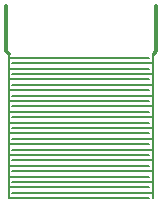
<source format=gbr>
G04 Output by ViewMate Deluxe V11.6.18  PentaLogix*
G04 Mon Jul 10 14:41:51 2017*
%FSLAX35Y35*%
%MOIN*%
%IPPOS*%
%ADD21C,0.006*%
%ADD65C,0.012*%

%LPD*%
X0Y0D2*D21*G1X299000Y276000D2*Y324000D1*X251000D2*Y276000D1*X297800*X299000Y277800D2*X252200D1*X251000Y279600D2*X297800D1*X299000Y281400D2*X252200D1*X251000Y283200D2*X297800D1*X299000Y285000D2*X252200D1*X251000Y286800D2*X297800D1*X299000Y288600D2*X252200D1*X251000Y290400D2*X297800D1*X299000Y292200D2*X252200D1*X251000Y294000D2*X297800D1*X299000Y295800D2*X252200D1*X251000Y297600D2*X297800D1*X299000Y299400D2*X252200D1*X251000Y301200D2*X297800D1*X299000Y303000D2*X252200D1*X251000Y304800D2*X297800D1*X299000Y306600D2*X252200D1*X251000Y308400D2*X297800D1*X299000Y310200D2*X252200D1*X251000Y312000D2*X297800D1*X299000Y313800D2*X252200D1*X251000Y315600D2*X297800D1*X299000Y317400D2*X252200D1*X251000Y319200D2*X297800D1*X299000Y321000D2*X252200D1*X251000Y322800D2*X297800D1*D65*X250000Y340000D2*Y325000D1*X300000Y340000D2*Y325000D1*X299300Y324000*X250000Y325000D2*X251000Y324000D1*X0Y0D2*M02*
</source>
